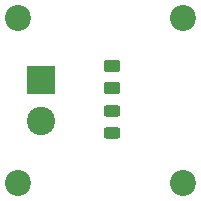
<source format=gbr>
%TF.GenerationSoftware,KiCad,Pcbnew,6.0.10+dfsg-1~bpo11+1*%
%TF.CreationDate,2023-02-10T23:45:53+00:00*%
%TF.ProjectId,kicad-automation-test,6b696361-642d-4617-9574-6f6d6174696f,rev?*%
%TF.SameCoordinates,Original*%
%TF.FileFunction,Soldermask,Top*%
%TF.FilePolarity,Negative*%
%FSLAX46Y46*%
G04 Gerber Fmt 4.6, Leading zero omitted, Abs format (unit mm)*
G04 Created by KiCad (PCBNEW 6.0.10+dfsg-1~bpo11+1) date 2023-02-10 23:45:53*
%MOMM*%
%LPD*%
G01*
G04 APERTURE LIST*
G04 Aperture macros list*
%AMRoundRect*
0 Rectangle with rounded corners*
0 $1 Rounding radius*
0 $2 $3 $4 $5 $6 $7 $8 $9 X,Y pos of 4 corners*
0 Add a 4 corners polygon primitive as box body*
4,1,4,$2,$3,$4,$5,$6,$7,$8,$9,$2,$3,0*
0 Add four circle primitives for the rounded corners*
1,1,$1+$1,$2,$3*
1,1,$1+$1,$4,$5*
1,1,$1+$1,$6,$7*
1,1,$1+$1,$8,$9*
0 Add four rect primitives between the rounded corners*
20,1,$1+$1,$2,$3,$4,$5,0*
20,1,$1+$1,$4,$5,$6,$7,0*
20,1,$1+$1,$6,$7,$8,$9,0*
20,1,$1+$1,$8,$9,$2,$3,0*%
G04 Aperture macros list end*
%ADD10R,2.400000X2.400000*%
%ADD11C,2.400000*%
%ADD12RoundRect,0.243750X0.456250X-0.243750X0.456250X0.243750X-0.456250X0.243750X-0.456250X-0.243750X0*%
%ADD13RoundRect,0.250000X-0.450000X0.262500X-0.450000X-0.262500X0.450000X-0.262500X0.450000X0.262500X0*%
%ADD14C,2.200000*%
G04 APERTURE END LIST*
D10*
%TO.C,J1*%
X136000000Y-88250000D03*
D11*
X136000000Y-91750000D03*
%TD*%
D12*
%TO.C,D1*%
X142000000Y-92787500D03*
X142000000Y-90912500D03*
%TD*%
D13*
%TO.C,R1*%
X142000000Y-87087500D03*
X142000000Y-88912500D03*
%TD*%
D14*
%TO.C,H1*%
X148000000Y-83000000D03*
%TD*%
%TO.C,H2*%
X148000000Y-97000000D03*
%TD*%
%TO.C,H3*%
X134000000Y-83000000D03*
%TD*%
%TO.C,H4*%
X134000000Y-97000000D03*
%TD*%
M02*

</source>
